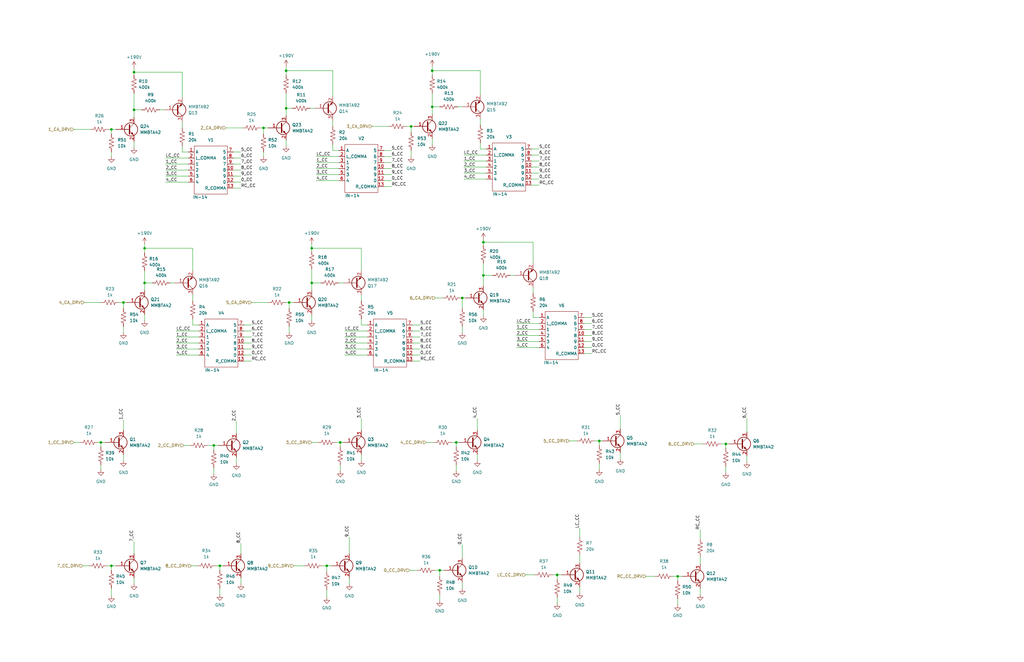
<source format=kicad_sch>
(kicad_sch (version 20230121) (generator eeschema)
  (paper "USLedger")
  (junction (at 121.92 127.635))
  (junction (at 131.445 119.38))
  (junction (at 252.73 186.055))
  (junction (at 185.42 240.665))
  (junction (at 192.405 186.69))
  (junction (at 60.96 104.775))
  (junction (at 194.945 125.73))
  (junction (at 173.355 53.34))
  (junction (at 182.245 29.845))
  (junction (at 111.125 53.975))
  (junction (at 46.99 54.61))
  (junction (at 182.245 45.085))
  (junction (at 120.65 29.845))
  (junction (at 306.07 187.325))
  (junction (at 203.835 102.235))
  (junction (at 92.71 238.76))
  (junction (at 131.445 104.775))
  (junction (at 90.17 187.96))
  (junction (at 56.515 46.355))
  (junction (at 52.07 127.635))
  (junction (at 285.75 243.205))
  (junction (at 42.545 186.69))
  (junction (at 203.835 116.205))
  (junction (at 60.96 119.38))
  (junction (at 56.515 30.48))
  (junction (at 120.65 45.72))
  (junction (at 137.795 238.76))
  (junction (at 46.99 238.76))
  (junction (at 143.51 186.69))
  (junction (at 234.95 242.57))
  (wire (pts (xy 137.795 248.92) (xy 137.795 252.095)))
  (wire (pts (xy 161.925 71.12) (xy 165.1 71.12)))
  (wire (pts (xy 98.425 66.675) (xy 101.6 66.675)))
  (wire (pts (xy 143.51 186.69) (xy 144.78 186.69)))
  (wire (pts (xy 111.125 53.975) (xy 113.03 53.975)))
  (wire (pts (xy 173.99 142.24) (xy 177.165 142.24)))
  (wire (pts (xy 135.89 238.76) (xy 137.795 238.76)))
  (wire (pts (xy 143.51 196.215) (xy 143.51 198.755)))
  (wire (pts (xy 87.63 187.96) (xy 90.17 187.96)))
  (wire (pts (xy 252.73 195.58) (xy 252.73 198.12)))
  (wire (pts (xy 183.515 240.665) (xy 185.42 240.665)))
  (wire (pts (xy 224.155 70.485) (xy 227.33 70.485)))
  (wire (pts (xy 152.4 114.3) (xy 152.4 104.775)))
  (wire (pts (xy 304.165 187.325) (xy 306.07 187.325)))
  (wire (pts (xy 35.56 127.635) (xy 42.545 127.635)))
  (wire (pts (xy 131.445 119.38) (xy 135.255 119.38)))
  (wire (pts (xy 31.115 54.61) (xy 38.1 54.61)))
  (wire (pts (xy 194.945 125.73) (xy 194.945 130.175)))
  (wire (pts (xy 106.045 127.635) (xy 113.03 127.635)))
  (wire (pts (xy 147.32 243.84) (xy 147.32 246.38)))
  (wire (pts (xy 92.71 238.76) (xy 93.98 238.76)))
  (wire (pts (xy 145.415 149.86) (xy 154.94 149.86)))
  (wire (pts (xy 244.475 222.885) (xy 244.475 226.695)))
  (wire (pts (xy 133.35 68.58) (xy 142.875 68.58)))
  (wire (pts (xy 246.38 141.605) (xy 249.555 141.605)))
  (wire (pts (xy 81.28 114.3) (xy 81.28 104.775)))
  (wire (pts (xy 203.835 102.235) (xy 203.835 103.505)))
  (wire (pts (xy 98.425 76.835) (xy 101.6 76.835)))
  (wire (pts (xy 120.65 127.635) (xy 121.92 127.635)))
  (wire (pts (xy 202.565 60.325) (xy 202.565 62.865)))
  (wire (pts (xy 95.25 53.975) (xy 102.235 53.975)))
  (wire (pts (xy 152.4 124.46) (xy 152.4 127)))
  (wire (pts (xy 42.545 186.69) (xy 44.45 186.69)))
  (wire (pts (xy 69.85 69.215) (xy 79.375 69.215)))
  (wire (pts (xy 224.155 62.865) (xy 227.33 62.865)))
  (wire (pts (xy 92.71 238.76) (xy 92.71 240.665)))
  (wire (pts (xy 147.32 226.695) (xy 147.32 233.68)))
  (wire (pts (xy 283.845 243.205) (xy 285.75 243.205)))
  (wire (pts (xy 140.335 29.845) (xy 120.65 29.845)))
  (wire (pts (xy 152.4 134.62) (xy 152.4 137.16)))
  (wire (pts (xy 194.945 245.745) (xy 194.945 248.285)))
  (wire (pts (xy 173.355 53.34) (xy 174.625 53.34)))
  (wire (pts (xy 42.545 186.69) (xy 42.545 188.595)))
  (wire (pts (xy 131.445 186.69) (xy 133.985 186.69)))
  (wire (pts (xy 80.645 238.76) (xy 83.185 238.76)))
  (wire (pts (xy 121.92 127.635) (xy 123.825 127.635)))
  (wire (pts (xy 52.07 137.795) (xy 52.07 140.335)))
  (wire (pts (xy 161.925 76.2) (xy 165.1 76.2)))
  (wire (pts (xy 131.445 113.665) (xy 131.445 119.38)))
  (wire (pts (xy 272.415 243.205) (xy 276.225 243.205)))
  (wire (pts (xy 131.445 119.38) (xy 131.445 122.555)))
  (wire (pts (xy 190.5 186.69) (xy 192.405 186.69)))
  (wire (pts (xy 306.07 189.23) (xy 306.07 187.325)))
  (wire (pts (xy 179.705 186.69) (xy 182.88 186.69)))
  (wire (pts (xy 185.42 240.665) (xy 185.42 243.205)))
  (wire (pts (xy 202.565 40.005) (xy 202.565 29.845)))
  (wire (pts (xy 246.38 144.145) (xy 249.555 144.145)))
  (wire (pts (xy 60.96 132.715) (xy 60.96 135.255)))
  (wire (pts (xy 182.245 45.085) (xy 182.245 48.26)))
  (wire (pts (xy 172.72 240.665) (xy 175.895 240.665)))
  (wire (pts (xy 90.17 187.96) (xy 92.075 187.96)))
  (wire (pts (xy 76.835 30.48) (xy 56.515 30.48)))
  (wire (pts (xy 145.415 139.7) (xy 154.94 139.7)))
  (wire (pts (xy 98.425 79.375) (xy 101.6 79.375)))
  (wire (pts (xy 120.65 39.37) (xy 120.65 45.72)))
  (wire (pts (xy 90.17 189.865) (xy 90.17 187.96)))
  (wire (pts (xy 109.855 53.975) (xy 111.125 53.975)))
  (wire (pts (xy 102.87 137.16) (xy 106.045 137.16)))
  (wire (pts (xy 123.825 238.76) (xy 128.27 238.76)))
  (wire (pts (xy 98.425 71.755) (xy 101.6 71.755)))
  (wire (pts (xy 234.95 242.57) (xy 236.855 242.57)))
  (wire (pts (xy 131.445 104.775) (xy 131.445 106.045)))
  (wire (pts (xy 145.415 147.32) (xy 154.94 147.32)))
  (wire (pts (xy 224.155 75.565) (xy 227.33 75.565)))
  (wire (pts (xy 56.515 228.6) (xy 56.515 233.68)))
  (wire (pts (xy 45.72 54.61) (xy 46.99 54.61)))
  (wire (pts (xy 202.565 50.165) (xy 202.565 52.705)))
  (wire (pts (xy 250.825 186.055) (xy 252.73 186.055)))
  (wire (pts (xy 224.79 121.285) (xy 224.79 123.825)))
  (wire (pts (xy 60.96 114.3) (xy 60.96 119.38)))
  (wire (pts (xy 224.155 65.405) (xy 227.33 65.405)))
  (wire (pts (xy 133.35 73.66) (xy 142.875 73.66)))
  (wire (pts (xy 99.695 193.04) (xy 99.695 195.58)))
  (wire (pts (xy 56.515 59.69) (xy 56.515 62.23)))
  (wire (pts (xy 152.4 176.53) (xy 152.4 181.61)))
  (wire (pts (xy 76.835 64.135) (xy 79.375 64.135)))
  (wire (pts (xy 81.28 124.46) (xy 81.28 127)))
  (wire (pts (xy 221.615 242.57) (xy 225.425 242.57)))
  (wire (pts (xy 56.515 243.84) (xy 56.515 246.38)))
  (wire (pts (xy 74.295 139.7) (xy 83.82 139.7)))
  (wire (pts (xy 145.415 142.24) (xy 154.94 142.24)))
  (wire (pts (xy 46.99 54.61) (xy 48.895 54.61)))
  (wire (pts (xy 46.99 238.76) (xy 48.895 238.76)))
  (wire (pts (xy 90.17 197.485) (xy 90.17 200.025)))
  (wire (pts (xy 50.165 127.635) (xy 52.07 127.635)))
  (wire (pts (xy 195.58 70.485) (xy 205.105 70.485)))
  (wire (pts (xy 285.75 252.73) (xy 285.75 255.27)))
  (wire (pts (xy 74.295 149.86) (xy 83.82 149.86)))
  (wire (pts (xy 306.07 187.325) (xy 307.34 187.325)))
  (wire (pts (xy 217.805 141.605) (xy 227.33 141.605)))
  (wire (pts (xy 74.295 142.24) (xy 83.82 142.24)))
  (wire (pts (xy 224.79 133.985) (xy 227.33 133.985)))
  (wire (pts (xy 224.79 131.445) (xy 224.79 133.985)))
  (wire (pts (xy 133.35 66.04) (xy 142.875 66.04)))
  (wire (pts (xy 120.65 59.055) (xy 120.65 61.595)))
  (wire (pts (xy 234.95 242.57) (xy 234.95 244.475)))
  (wire (pts (xy 141.605 186.69) (xy 143.51 186.69)))
  (wire (pts (xy 101.6 229.235) (xy 101.6 233.68)))
  (wire (pts (xy 201.295 176.53) (xy 201.295 181.61)))
  (wire (pts (xy 156.845 53.34) (xy 163.83 53.34)))
  (wire (pts (xy 131.445 132.715) (xy 131.445 135.255)))
  (wire (pts (xy 102.87 144.78) (xy 106.045 144.78)))
  (wire (pts (xy 224.79 111.125) (xy 224.79 102.235)))
  (wire (pts (xy 173.99 149.86) (xy 177.165 149.86)))
  (wire (pts (xy 192.405 196.215) (xy 192.405 198.755)))
  (wire (pts (xy 195.58 65.405) (xy 205.105 65.405)))
  (wire (pts (xy 46.99 54.61) (xy 46.99 56.515)))
  (wire (pts (xy 192.405 186.69) (xy 193.675 186.69)))
  (wire (pts (xy 81.28 104.775) (xy 60.96 104.775)))
  (wire (pts (xy 217.805 136.525) (xy 227.33 136.525)))
  (wire (pts (xy 140.335 40.64) (xy 140.335 29.845)))
  (wire (pts (xy 314.96 192.405) (xy 314.96 194.945)))
  (wire (pts (xy 102.87 139.7) (xy 106.045 139.7)))
  (wire (pts (xy 56.515 28.575) (xy 56.515 30.48)))
  (wire (pts (xy 102.87 149.86) (xy 106.045 149.86)))
  (wire (pts (xy 217.805 146.685) (xy 227.33 146.685)))
  (wire (pts (xy 76.835 61.595) (xy 76.835 64.135)))
  (wire (pts (xy 137.795 238.76) (xy 137.795 241.3)))
  (wire (pts (xy 194.31 125.73) (xy 194.945 125.73)))
  (wire (pts (xy 202.565 62.865) (xy 205.105 62.865)))
  (wire (pts (xy 133.35 71.12) (xy 142.875 71.12)))
  (wire (pts (xy 111.125 64.135) (xy 111.125 66.04)))
  (wire (pts (xy 98.425 64.135) (xy 101.6 64.135)))
  (wire (pts (xy 69.85 66.675) (xy 79.375 66.675)))
  (wire (pts (xy 121.92 137.795) (xy 121.92 140.335)))
  (wire (pts (xy 295.275 223.52) (xy 295.275 227.33)))
  (wire (pts (xy 60.96 104.775) (xy 60.96 106.68)))
  (wire (pts (xy 295.275 234.95) (xy 295.275 238.125)))
  (wire (pts (xy 46.99 64.135) (xy 46.99 66.04)))
  (wire (pts (xy 203.835 111.125) (xy 203.835 116.205)))
  (wire (pts (xy 261.62 175.26) (xy 261.62 180.975)))
  (wire (pts (xy 31.115 186.69) (xy 33.655 186.69)))
  (wire (pts (xy 261.62 191.135) (xy 261.62 193.675)))
  (wire (pts (xy 246.38 139.065) (xy 249.555 139.065)))
  (wire (pts (xy 185.42 250.825) (xy 185.42 253.365)))
  (wire (pts (xy 202.565 29.845) (xy 182.245 29.845)))
  (wire (pts (xy 41.275 186.69) (xy 42.545 186.69)))
  (wire (pts (xy 152.4 191.77) (xy 152.4 194.31)))
  (wire (pts (xy 234.95 252.095) (xy 234.95 254.635)))
  (wire (pts (xy 81.28 134.62) (xy 81.28 137.16)))
  (wire (pts (xy 120.65 27.94) (xy 120.65 29.845)))
  (wire (pts (xy 244.475 234.315) (xy 244.475 237.49)))
  (wire (pts (xy 224.155 78.105) (xy 227.33 78.105)))
  (wire (pts (xy 121.92 127.635) (xy 121.92 130.175)))
  (wire (pts (xy 224.79 102.235) (xy 203.835 102.235)))
  (wire (pts (xy 173.99 152.4) (xy 177.165 152.4)))
  (wire (pts (xy 60.96 119.38) (xy 60.96 122.555)))
  (wire (pts (xy 98.425 74.295) (xy 101.6 74.295)))
  (wire (pts (xy 195.58 67.945) (xy 205.105 67.945)))
  (wire (pts (xy 171.45 53.34) (xy 173.355 53.34)))
  (wire (pts (xy 203.835 116.205) (xy 207.645 116.205)))
  (wire (pts (xy 52.07 177.165) (xy 52.07 181.61)))
  (wire (pts (xy 34.925 238.76) (xy 37.465 238.76)))
  (wire (pts (xy 203.835 116.205) (xy 203.835 120.65)))
  (wire (pts (xy 195.58 75.565) (xy 205.105 75.565)))
  (wire (pts (xy 173.355 53.34) (xy 173.355 55.88)))
  (wire (pts (xy 246.38 146.685) (xy 249.555 146.685)))
  (wire (pts (xy 161.925 66.04) (xy 165.1 66.04)))
  (wire (pts (xy 90.805 238.76) (xy 92.71 238.76)))
  (wire (pts (xy 192.405 186.69) (xy 192.405 188.595)))
  (wire (pts (xy 101.6 243.84) (xy 101.6 246.38)))
  (wire (pts (xy 161.925 73.66) (xy 165.1 73.66)))
  (wire (pts (xy 60.96 119.38) (xy 64.135 119.38)))
  (wire (pts (xy 203.835 130.81) (xy 203.835 133.35)))
  (wire (pts (xy 252.73 186.055) (xy 254 186.055)))
  (wire (pts (xy 45.085 238.76) (xy 46.99 238.76)))
  (wire (pts (xy 77.47 187.96) (xy 80.01 187.96)))
  (wire (pts (xy 69.85 71.755) (xy 79.375 71.755)))
  (wire (pts (xy 74.295 144.78) (xy 83.82 144.78)))
  (wire (pts (xy 244.475 247.65) (xy 244.475 250.19)))
  (wire (pts (xy 142.875 119.38) (xy 144.78 119.38)))
  (wire (pts (xy 173.99 137.16) (xy 177.165 137.16)))
  (wire (pts (xy 173.99 139.7) (xy 177.165 139.7)))
  (wire (pts (xy 56.515 39.37) (xy 56.515 46.355)))
  (wire (pts (xy 195.58 73.025) (xy 205.105 73.025)))
  (wire (pts (xy 246.38 136.525) (xy 249.555 136.525)))
  (wire (pts (xy 69.85 76.835) (xy 79.375 76.835)))
  (wire (pts (xy 69.85 74.295) (xy 79.375 74.295)))
  (wire (pts (xy 120.65 29.845) (xy 120.65 31.75)))
  (wire (pts (xy 92.71 248.285) (xy 92.71 250.825)))
  (wire (pts (xy 76.835 51.435) (xy 76.835 53.975)))
  (wire (pts (xy 46.99 238.76) (xy 46.99 240.665)))
  (wire (pts (xy 76.835 41.275) (xy 76.835 30.48)))
  (wire (pts (xy 42.545 196.215) (xy 42.545 198.12)))
  (wire (pts (xy 240.03 186.055) (xy 243.205 186.055)))
  (wire (pts (xy 56.515 46.355) (xy 59.69 46.355)))
  (wire (pts (xy 285.75 243.205) (xy 287.655 243.205)))
  (wire (pts (xy 185.42 240.665) (xy 187.325 240.665)))
  (wire (pts (xy 99.695 177.8) (xy 99.695 182.88)))
  (wire (pts (xy 52.07 127.635) (xy 52.07 130.175)))
  (wire (pts (xy 102.87 142.24) (xy 106.045 142.24)))
  (wire (pts (xy 161.925 68.58) (xy 165.1 68.58)))
  (wire (pts (xy 314.96 176.53) (xy 314.96 182.245)))
  (wire (pts (xy 182.245 27.94) (xy 182.245 29.845)))
  (wire (pts (xy 285.75 243.205) (xy 285.75 245.11)))
  (wire (pts (xy 140.335 63.5) (xy 142.875 63.5)))
  (wire (pts (xy 194.945 229.87) (xy 194.945 235.585)))
  (wire (pts (xy 233.045 242.57) (xy 234.95 242.57)))
  (wire (pts (xy 131.445 102.87) (xy 131.445 104.775)))
  (wire (pts (xy 140.335 50.8) (xy 140.335 53.34)))
  (wire (pts (xy 292.735 187.325) (xy 296.545 187.325)))
  (wire (pts (xy 152.4 137.16) (xy 154.94 137.16)))
  (wire (pts (xy 201.295 191.77) (xy 201.295 194.31)))
  (wire (pts (xy 52.07 191.77) (xy 52.07 194.31)))
  (wire (pts (xy 173.99 147.32) (xy 177.165 147.32)))
  (wire (pts (xy 137.795 238.76) (xy 139.7 238.76)))
  (wire (pts (xy 56.515 30.48) (xy 56.515 31.75)))
  (wire (pts (xy 74.295 147.32) (xy 83.82 147.32)))
  (wire (pts (xy 217.805 144.145) (xy 227.33 144.145)))
  (wire (pts (xy 161.925 63.5) (xy 165.1 63.5)))
  (wire (pts (xy 60.96 102.87) (xy 60.96 104.775)))
  (wire (pts (xy 98.425 69.215) (xy 101.6 69.215)))
  (wire (pts (xy 81.28 137.16) (xy 83.82 137.16)))
  (wire (pts (xy 306.07 196.85) (xy 306.07 199.39)))
  (wire (pts (xy 203.835 100.965) (xy 203.835 102.235)))
  (wire (pts (xy 161.925 78.74) (xy 165.1 78.74)))
  (wire (pts (xy 183.515 125.73) (xy 186.69 125.73)))
  (wire (pts (xy 102.87 147.32) (xy 106.045 147.32)))
  (wire (pts (xy 102.87 152.4) (xy 106.045 152.4)))
  (wire (pts (xy 217.805 139.065) (xy 227.33 139.065)))
  (wire (pts (xy 111.125 53.975) (xy 111.125 56.515)))
  (wire (pts (xy 246.38 149.225) (xy 249.555 149.225)))
  (wire (pts (xy 182.245 29.845) (xy 182.245 31.75)))
  (wire (pts (xy 193.04 45.085) (xy 194.945 45.085)))
  (wire (pts (xy 173.99 144.78) (xy 177.165 144.78)))
  (wire (pts (xy 133.35 76.2) (xy 142.875 76.2)))
  (wire (pts (xy 295.275 248.285) (xy 295.275 250.825)))
  (wire (pts (xy 130.81 45.72) (xy 132.715 45.72)))
  (wire (pts (xy 182.245 58.42) (xy 182.245 60.96)))
  (wire (pts (xy 224.155 67.945) (xy 227.33 67.945)))
  (wire (pts (xy 145.415 144.78) (xy 154.94 144.78)))
  (wire (pts (xy 71.755 119.38) (xy 73.66 119.38)))
  (wire (pts (xy 173.355 63.5) (xy 173.355 66.04)))
  (wire (pts (xy 182.245 39.37) (xy 182.245 45.085)))
  (wire (pts (xy 67.31 46.355) (xy 69.215 46.355)))
  (wire (pts (xy 52.07 127.635) (xy 53.34 127.635)))
  (wire (pts (xy 152.4 104.775) (xy 131.445 104.775)))
  (wire (pts (xy 182.245 45.085) (xy 185.42 45.085)))
  (wire (pts (xy 46.99 248.285) (xy 46.99 251.46)))
  (wire (pts (xy 120.65 45.72) (xy 123.19 45.72)))
  (wire (pts (xy 194.945 137.795) (xy 194.945 140.335)))
  (wire (pts (xy 224.155 73.025) (xy 227.33 73.025)))
  (wire (pts (xy 140.335 60.96) (xy 140.335 63.5)))
  (wire (pts (xy 194.945 125.73) (xy 196.215 125.73)))
  (wire (pts (xy 246.38 133.985) (xy 249.555 133.985)))
  (wire (pts (xy 215.265 116.205) (xy 217.17 116.205)))
  (wire (pts (xy 252.73 186.055) (xy 252.73 187.96)))
  (wire (pts (xy 120.65 45.72) (xy 120.65 48.895)))
  (wire (pts (xy 143.51 188.595) (xy 143.51 186.69)))
  (wire (pts (xy 56.515 46.355) (xy 56.515 49.53)))
  (label "7_CC" (at 227.33 67.945 0))
  (label "2_CC" (at 99.695 177.8 90))
  (label "RC_CC" (at 106.045 152.4 0))
  (label "5_CC" (at 165.1 63.5 0))
  (label "4_CC" (at 145.415 149.86 0))
  (label "2_CC" (at 145.415 144.78 0))
  (label "4_CC" (at 217.805 146.685 0))
  (label "RC_CC" (at 177.165 152.4 0))
  (label "7_CC" (at 177.165 142.24 0))
  (label "5_CC" (at 101.6 64.135 0))
  (label "3_CC" (at 217.805 144.145 0))
  (label "9_CC" (at 177.165 147.32 0))
  (label "4_CC" (at 69.85 76.835 0))
  (label "5_CC" (at 249.555 133.985 0))
  (label "8_CC" (at 101.6 71.755 0))
  (label "8_CC" (at 227.33 70.485 0))
  (label "LC_CC" (at 69.85 66.675 0))
  (label "1_CC" (at 74.295 142.24 0))
  (label "8_CC" (at 177.165 144.78 0))
  (label "2_CC" (at 195.58 70.485 0))
  (label "RC_CC" (at 227.33 78.105 0))
  (label "2_CC" (at 69.85 71.755 0))
  (label "3_CC" (at 69.85 74.295 0))
  (label "4_CC" (at 133.35 76.2 0))
  (label "0_CC" (at 227.33 75.565 0))
  (label "LC_CC" (at 133.35 66.04 0))
  (label "9_CC" (at 147.32 226.695 90))
  (label "RC_CC" (at 249.555 149.225 0))
  (label "4_CC" (at 74.295 149.86 0))
  (label "8_CC" (at 249.555 141.605 0))
  (label "4_CC" (at 195.58 75.565 0))
  (label "0_CC" (at 194.945 229.87 90))
  (label "6_CC" (at 249.555 136.525 0))
  (label "9_CC" (at 165.1 73.66 0))
  (label "3_CC" (at 74.295 147.32 0))
  (label "4_CC" (at 201.295 176.53 90))
  (label "2_CC" (at 217.805 141.605 0))
  (label "5_CC" (at 227.33 62.865 0))
  (label "2_CC" (at 74.295 144.78 0))
  (label "0_CC" (at 165.1 76.2 0))
  (label "6_CC" (at 165.1 66.04 0))
  (label "LC_CC" (at 244.475 222.885 90))
  (label "0_CC" (at 177.165 149.86 0))
  (label "6_CC" (at 106.045 139.7 0))
  (label "RC_CC" (at 295.275 223.52 90))
  (label "5_CC" (at 177.165 137.16 0))
  (label "8_CC" (at 165.1 71.12 0))
  (label "LC_CC" (at 145.415 139.7 0))
  (label "6_CC" (at 227.33 65.405 0))
  (label "7_CC" (at 165.1 68.58 0))
  (label "6_CC" (at 177.165 139.7 0))
  (label "8_CC" (at 106.045 144.78 0))
  (label "1_CC" (at 195.58 67.945 0))
  (label "9_CC" (at 106.045 147.32 0))
  (label "0_CC" (at 101.6 76.835 0))
  (label "1_CC" (at 69.85 69.215 0))
  (label "0_CC" (at 106.045 149.86 0))
  (label "RC_CC" (at 165.1 78.74 0))
  (label "LC_CC" (at 217.805 136.525 0))
  (label "6_CC" (at 314.96 176.53 90))
  (label "LC_CC" (at 195.58 65.405 0))
  (label "RC_CC" (at 101.6 79.375 0))
  (label "7_CC" (at 101.6 69.215 0))
  (label "3_CC" (at 152.4 176.53 90))
  (label "3_CC" (at 195.58 73.025 0))
  (label "9_CC" (at 101.6 74.295 0))
  (label "1_CC" (at 217.805 139.065 0))
  (label "8_CC" (at 101.6 229.235 90))
  (label "7_CC" (at 106.045 142.24 0))
  (label "1_CC" (at 145.415 142.24 0))
  (label "0_CC" (at 249.555 146.685 0))
  (label "6_CC" (at 101.6 66.675 0))
  (label "5_CC" (at 106.045 137.16 0))
  (label "9_CC" (at 249.555 144.145 0))
  (label "7_CC" (at 56.515 228.6 90))
  (label "1_CC" (at 133.35 68.58 0))
  (label "3_CC" (at 145.415 147.32 0))
  (label "LC_CC" (at 74.295 139.7 0))
  (label "2_CC" (at 133.35 71.12 0))
  (label "1_CC" (at 52.07 177.165 90))
  (label "5_CC" (at 261.62 175.26 90))
  (label "7_CC" (at 249.555 139.065 0))
  (label "3_CC" (at 133.35 73.66 0))
  (label "9_CC" (at 227.33 73.025 0))
  (hierarchical_label "RC_CC_DRV" (shape input) (at 272.415 243.205 180))
  (hierarchical_label "6_CA_DRV" (shape input) (at 183.515 125.73 180))
  (hierarchical_label "0_CC_DRV" (shape input) (at 172.72 240.665 180))
  (hierarchical_label "1_CC_DRV" (shape input) (at 31.115 186.69 180))
  (hierarchical_label "5_CA_DRV" (shape input) (at 106.045 127.635 180))
  (hierarchical_label "9_CC_DRV" (shape input) (at 123.825 238.76 180))
  (hierarchical_label "5_CC_DRV" (shape input) (at 240.03 186.055 180))
  (hierarchical_label "2_CA_DRV" (shape input) (at 95.25 53.975 180))
  (hierarchical_label "1_CA_DRV" (shape input) (at 31.115 54.61 180))
  (hierarchical_label "2_CC_DRV" (shape input) (at 77.47 187.96 180))
  (hierarchical_label "8_CC_DRV" (shape input) (at 80.645 238.76 180))
  (hierarchical_label "6_CC_DRV" (shape input) (at 292.735 187.325 180))
  (hierarchical_label "4_CC_DRV" (shape input) (at 179.705 186.69 180))
  (hierarchical_label "3_CC_DRV" (shape input) (at 131.445 186.69 180))
  (hierarchical_label "LC_CC_DRV" (shape input) (at 221.615 242.57 180))
  (hierarchical_label "4_CA_DRV" (shape input) (at 35.56 127.635 180))
  (hierarchical_label "3_CA_DRV" (shape input) (at 156.845 53.34 180))
  (hierarchical_label "7_CC_DRV" (shape input) (at 34.925 238.76 180))
  (symbol (lib_id "Device:R_US") (at 41.91 54.61 90) (unit 1)
    (property "Reference" "R26" (at 41.91 48.895 90))
    (property "Value" "1k" (at 41.91 51.435 90))
    (property "Footprint" "Resistor_SMD:R_0603_1608Metric" (effects hide))
    (property "Datasheet" "https://www.yageo.com/upload/media/product/products/datasheet/rchip/PYu-RC_Group_51_RoHS_L_12.pdf" (effects hide))
    (property "MPN" "RC0603FR-071KL" (effects hide))
    (property "SPN" "311-1.00KHRCT-ND" (effects hide))
  )
  (symbol (lib_id "Device:R_US") (at 83.82 187.96 90) (unit 1)
    (property "Reference" "R28" (at 83.82 181.61 90))
    (property "Value" "1k" (at 83.82 184.15 90))
    (property "Footprint" "Resistor_SMD:R_0603_1608Metric" (effects hide))
    (property "Datasheet" "https://www.yageo.com/upload/media/product/products/datasheet/rchip/PYu-RC_Group_51_RoHS_L_12.pdf" (effects hide))
    (property "MPN" "RC0603FR-071KL" (effects hide))
    (property "SPN" "311-1.00KHRCT-ND" (effects hide))
  )
  (symbol (lib_id "Nixie_Clock:+190V") (at 56.515 28.575 0) (unit 1)
    (property "Reference" "#PWR013" (effects hide))
    (property "Value" "+190V" (at 56.515 24.13 0))
  )
  (symbol (lib_id "Transistor_BJT:MMBTA42") (at 53.975 238.76 0) (unit 1)
    (property "Reference" "Q7" (at 59.055 237.49 0) (effects (justify left)))
    (property "Value" "MMBTA42" (at 59.055 240.03 0) (effects (justify left)))
    (property "Footprint" "Package_TO_SOT_SMD:SOT-23" (effects hide))
    (property "Datasheet" "https://www.onsemi.com/pub/Collateral/MMBTA42LT1-D.PDF" (effects hide))
    (property "MPN" "MMBTA42LT1G" (effects hide))
    (property "SPN" "MMBTA42LT1GOSCT-ND" (effects hide))
  )
  (symbol (lib_id "Transistor_BJT:MMBTA42") (at 179.705 53.34 0) (unit 1)
    (property "Reference" "Q22" (at 184.785 52.07 0) (effects (justify left)))
    (property "Value" "MMBTA42" (at 184.785 54.61 0) (effects (justify left)))
    (property "Footprint" "Package_TO_SOT_SMD:SOT-23" (effects hide))
    (property "Datasheet" "https://www.onsemi.com/pub/Collateral/MMBTA42LT1-D.PDF" (effects hide))
    (property "MPN" "MMBTA42LT1G" (effects hide))
    (property "SPN" "MMBTA42LT1GOSCT-ND" (effects hide))
  )
  (symbol (lib_id "Device:R_US") (at 63.5 46.355 270) (unit 1)
    (property "Reference" "R9" (at 63.5 40.005 90))
    (property "Value" "400k" (at 63.5 42.545 90))
    (property "Footprint" "Resistor_SMD:R_0805_2012Metric" (effects hide))
    (property "Datasheet" "https://www.yageo.com/upload/media/product/products/datasheet/rchip/PYu-RC_Group_51_RoHS_L_12.pdf" (effects hide))
    (property "MPN" "RC0805FR-07402KL" (effects hide))
    (property "SPN" "311-402KCRCT-ND" (effects hide))
  )
  (symbol (lib_id "power:GND") (at 143.51 198.755 0) (unit 1)
    (property "Reference" "#PWR033" (effects hide))
    (property "Value" "GND" (at 143.51 203.2 0))
  )
  (symbol (lib_id "Device:R_US") (at 203.835 107.315 180) (unit 1)
    (property "Reference" "R20" (at 206.375 106.045 0) (effects (justify right)))
    (property "Value" "400k" (at 206.375 108.585 0) (effects (justify right)))
    (property "Footprint" "Resistor_SMD:R_0805_2012Metric" (effects hide))
    (property "Datasheet" "https://www.yageo.com/upload/media/product/products/datasheet/rchip/PYu-RC_Group_51_RoHS_L_12.pdf" (effects hide))
    (property "MPN" "RC0805FR-07402KL" (effects hide))
    (property "SPN" "311-402KCRCT-ND" (effects hide))
  )
  (symbol (lib_id "power:GND") (at 52.07 140.335 0) (unit 1)
    (property "Reference" "#PWR028" (effects hide))
    (property "Value" "GND" (at 52.07 144.78 0))
  )
  (symbol (lib_id "Device:R_US") (at 295.275 231.14 0) (unit 1)
    (property "Reference" "R8" (at 297.815 229.87 0) (effects (justify left)))
    (property "Value" "20k" (at 297.815 232.41 0) (effects (justify left)))
    (property "Footprint" "Resistor_SMD:R_0603_1608Metric" (effects hide))
    (property "Datasheet" "https://www.yageo.com/upload/media/product/products/datasheet/rchip/PYu-RC_Group_51_RoHS_L_12.pdf" (effects hide))
    (property "MPN" "RC0603FR-0720KL" (effects hide))
    (property "SPN" "311-20.0KHRCT-ND" (effects hide))
  )
  (symbol (lib_id "Transistor_BJT:MMBTA42") (at 99.06 238.76 0) (unit 1)
    (property "Reference" "Q8" (at 104.14 237.49 0) (effects (justify left)))
    (property "Value" "MMBTA42" (at 104.14 240.03 0) (effects (justify left)))
    (property "Footprint" "Package_TO_SOT_SMD:SOT-23" (effects hide))
    (property "Datasheet" "https://www.onsemi.com/pub/Collateral/MMBTA42LT1-D.PDF" (effects hide))
    (property "MPN" "MMBTA42LT1G" (effects hide))
    (property "SPN" "MMBTA42LT1GOSCT-ND" (effects hide))
  )
  (symbol (lib_id "Device:R_US") (at 132.08 238.76 90) (unit 1)
    (property "Reference" "R35" (at 132.08 232.41 90))
    (property "Value" "1k" (at 132.08 234.95 90))
    (property "Footprint" "Resistor_SMD:R_0603_1608Metric" (effects hide))
    (property "Datasheet" "https://www.yageo.com/upload/media/product/products/datasheet/rchip/PYu-RC_Group_51_RoHS_L_12.pdf" (effects hide))
    (property "MPN" "RC0603FR-071KL" (effects hide))
    (property "SPN" "311-1.00KHRCT-ND" (effects hide))
  )
  (symbol (lib_id "Nixie_Clock:NixieTube13") (at 197.485 61.595 0) (unit 1)
    (property "Reference" "V3" (at 214.63 57.785 0))
    (property "Value" "IN-14" (at 210.82 81.915 0))
    (property "Footprint" "Nixie Clock:IN-14" (effects hide))
    (property "Datasheet" "https://tubehobby.com/datasheets/in14.pdf" (effects hide))
    (property "MPN" "IN-14" (effects hide))
  )
  (symbol (lib_id "Nixie_Clock:NixieTube13") (at 135.255 62.23 0) (unit 1)
    (property "Reference" "V2" (at 152.4 58.42 0))
    (property "Value" "IN-14" (at 148.59 82.55 0))
    (property "Footprint" "Nixie Clock:IN-14" (effects hide))
    (property "Datasheet" "https://tubehobby.com/datasheets/in14.pdf" (effects hide))
    (property "MPN" "IN-14" (effects hide))
  )
  (symbol (lib_id "power:GND") (at 131.445 135.255 0) (unit 1)
    (property "Reference" "#PWR020" (effects hide))
    (property "Value" "GND" (at 131.445 140.335 0))
  )
  (symbol (lib_id "Device:R_US") (at 190.5 125.73 90) (unit 1)
    (property "Reference" "R21" (at 190.5 120.015 90))
    (property "Value" "1k" (at 190.5 122.555 90))
    (property "Footprint" "Resistor_SMD:R_0603_1608Metric" (effects hide))
    (property "Datasheet" "https://www.yageo.com/upload/media/product/products/datasheet/rchip/PYu-RC_Group_51_RoHS_L_12.pdf" (effects hide))
    (property "MPN" "RC0603FR-071KL" (effects hide))
    (property "SPN" "311-1.00KHRCT-ND" (effects hide))
  )
  (symbol (lib_id "power:GND") (at 120.65 61.595 0) (unit 1)
    (property "Reference" "#PWR023" (effects hide))
    (property "Value" "GND" (at 120.65 66.675 0))
  )
  (symbol (lib_id "Device:R_US") (at 202.565 56.515 0) (unit 1)
    (property "Reference" "R3" (at 205.105 55.245 0) (effects (justify left)))
    (property "Value" "20k" (at 205.105 57.785 0) (effects (justify left)))
    (property "Footprint" "Resistor_SMD:R_0603_1608Metric" (effects hide))
    (property "Datasheet" "https://www.yageo.com/upload/media/product/products/datasheet/rchip/PYu-RC_Group_51_RoHS_L_12.pdf" (effects hide))
    (property "MPN" "RC0603FR-0720KL" (effects hide))
    (property "SPN" "311-20.0KHRCT-ND" (effects hide))
  )
  (symbol (lib_id "Device:R_US") (at 173.355 59.69 0) (unit 1)
    (property "Reference" "R53" (at 175.895 58.42 0) (effects (justify left)))
    (property "Value" "10k" (at 175.895 60.96 0) (effects (justify left)))
    (property "Footprint" "Resistor_SMD:R_0603_1608Metric" (effects hide))
    (property "Datasheet" "https://www.yageo.com/upload/media/product/app/datasheet/rchip/pyu-rt_1-to-0.01_rohs_l.pdf" (effects hide))
    (property "MPN" "RES SMD 10K OHM 1% 1/10W 0603" (effects hide))
    (property "SPN" "YAG2321CT-ND" (effects hide))
  )
  (symbol (lib_id "Device:R_US") (at 194.945 133.985 0) (unit 1)
    (property "Reference" "R56" (at 197.485 132.715 0) (effects (justify left)))
    (property "Value" "10k" (at 197.485 135.255 0) (effects (justify left)))
    (property "Footprint" "Resistor_SMD:R_0603_1608Metric" (effects hide))
    (property "Datasheet" "https://www.yageo.com/upload/media/product/app/datasheet/rchip/pyu-rt_1-to-0.01_rohs_l.pdf" (effects hide))
    (property "MPN" "RES SMD 10K OHM 1% 1/10W 0603" (effects hide))
    (property "SPN" "YAG2321CT-ND" (effects hide))
  )
  (symbol (lib_id "power:GND") (at 46.99 66.04 0) (unit 1)
    (property "Reference" "#PWR025" (effects hide))
    (property "Value" "GND" (at 46.99 71.12 0))
  )
  (symbol (lib_id "Nixie_Clock:+190V") (at 182.245 27.94 0) (unit 1)
    (property "Reference" "#PWR015" (effects hide))
    (property "Value" "+190V" (at 182.245 22.86 0))
  )
  (symbol (lib_id "Device:R_US") (at 76.835 57.785 0) (unit 1)
    (property "Reference" "R1" (at 79.375 56.515 0) (effects (justify left)))
    (property "Value" "20k" (at 79.375 59.055 0) (effects (justify left)))
    (property "Footprint" "Resistor_SMD:R_0603_1608Metric" (effects hide))
    (property "Datasheet" "https://www.yageo.com/upload/media/product/products/datasheet/rchip/PYu-RC_Group_51_RoHS_L_12.pdf" (effects hide))
    (property "MPN" "RC0603FR-0720KL" (effects hide))
    (property "SPN" "311-20.0KHRCT-ND" (effects hide))
  )
  (symbol (lib_id "power:GND") (at 306.07 199.39 0) (unit 1)
    (property "Reference" "#PWR036" (effects hide))
    (property "Value" "GND" (at 306.07 204.47 0))
  )
  (symbol (lib_id "power:GND") (at 194.945 140.335 0) (unit 1)
    (property "Reference" "#PWR030" (effects hide))
    (property "Value" "GND" (at 194.945 144.78 0))
  )
  (symbol (lib_id "Device:R_US") (at 192.405 192.405 0) (unit 1)
    (property "Reference" "R42" (at 194.31 191.135 0) (effects (justify left)))
    (property "Value" "10k" (at 194.31 193.675 0) (effects (justify left)))
    (property "Footprint" "Resistor_SMD:R_0603_1608Metric" (effects hide))
    (property "Datasheet" "https://www.yageo.com/upload/media/product/app/datasheet/rchip/pyu-rt_1-to-0.01_rohs_l.pdf" (effects hide))
    (property "MPN" "RES SMD 10K OHM 1% 1/10W 0603" (effects hide))
    (property "SPN" "YAG2321CT-ND" (effects hide))
  )
  (symbol (lib_id "power:GND") (at 137.795 252.095 0) (unit 1)
    (property "Reference" "#PWR040" (effects hide))
    (property "Value" "GND" (at 137.795 256.54 0))
  )
  (symbol (lib_id "Device:R_US") (at 182.245 35.56 0) (unit 1)
    (property "Reference" "R14" (at 184.15 34.29 0) (effects (justify left)))
    (property "Value" "400k" (at 184.15 36.83 0) (effects (justify left)))
    (property "Footprint" "Resistor_SMD:R_0805_2012Metric" (effects hide))
    (property "Datasheet" "https://www.yageo.com/upload/media/product/products/datasheet/rchip/PYu-RC_Group_51_RoHS_L_12.pdf" (effects hide))
    (property "MPN" "RC0805FR-07402KL" (effects hide))
    (property "SPN" "311-402KCRCT-ND" (effects hide))
  )
  (symbol (lib_id "Device:R_US") (at 211.455 116.205 90) (unit 1)
    (property "Reference" "R19" (at 211.455 110.49 90))
    (property "Value" "400k" (at 211.455 113.03 90))
    (property "Footprint" "Resistor_SMD:R_0805_2012Metric" (effects hide))
    (property "Datasheet" "https://www.yageo.com/upload/media/product/products/datasheet/rchip/PYu-RC_Group_51_RoHS_L_12.pdf" (effects hide))
    (property "MPN" "RC0805FR-07402KL" (effects hide))
    (property "SPN" "311-402KCRCT-ND" (effects hide))
  )
  (symbol (lib_id "Transistor_BJT:MMBTA42") (at 198.755 186.69 0) (unit 1)
    (property "Reference" "Q4" (at 203.835 185.42 0) (effects (justify left)))
    (property "Value" "MMBTA42" (at 203.835 187.96 0) (effects (justify left)))
    (property "Footprint" "Package_TO_SOT_SMD:SOT-23" (effects hide))
    (property "Datasheet" "https://www.onsemi.com/pub/Collateral/MMBTA42LT1-D.PDF" (effects hide))
    (property "MPN" "MMBTA42LT1G" (effects hide))
    (property "SPN" "MMBTA42LT1GOSCT-ND" (effects hide))
  )
  (symbol (lib_id "Nixie_Clock:NixieTube13") (at 76.2 135.89 0) (unit 1)
    (property "Reference" "V4" (at 93.345 132.08 0))
    (property "Value" "IN-14" (at 89.535 156.21 0))
    (property "Footprint" "Nixie Clock:IN-14" (effects hide))
    (property "Datasheet" "https://tubehobby.com/datasheets/in14.pdf" (effects hide))
    (property "MPN" "IN-14" (effects hide))
  )
  (symbol (lib_id "Device:R_US") (at 280.035 243.205 90) (unit 1)
    (property "Reference" "R38" (at 280.035 236.855 90))
    (property "Value" "1k" (at 280.035 239.395 90))
    (property "Footprint" "Resistor_SMD:R_0603_1608Metric" (effects hide))
    (property "Datasheet" "https://www.yageo.com/upload/media/product/products/datasheet/rchip/PYu-RC_Group_51_RoHS_L_12.pdf" (effects hide))
    (property "MPN" "RC0603FR-071KL" (effects hide))
    (property "SPN" "311-1.00KHRCT-ND" (effects hide))
  )
  (symbol (lib_id "Device:R_US") (at 92.71 244.475 0) (unit 1)
    (property "Reference" "R46" (at 95.25 243.205 0) (effects (justify left)))
    (property "Value" "10k" (at 95.25 245.745 0) (effects (justify left)))
    (property "Footprint" "Resistor_SMD:R_0603_1608Metric" (effects hide))
    (property "Datasheet" "https://www.yageo.com/upload/media/product/app/datasheet/rchip/pyu-rt_1-to-0.01_rohs_l.pdf" (effects hide))
    (property "MPN" "RES SMD 10K OHM 1% 1/10W 0603" (effects hide))
    (property "SPN" "YAG2321CT-ND" (effects hide))
  )
  (symbol (lib_id "Nixie_Clock:NixieTube13") (at 71.755 62.865 0) (unit 1)
    (property "Reference" "V1" (at 88.9 59.055 0))
    (property "Value" "IN-14" (at 84.455 83.185 0))
    (property "Footprint" "Nixie Clock:IN-14" (effects hide))
    (property "Datasheet" "https://tubehobby.com/datasheets/in14.pdf" (effects hide))
    (property "MPN" "IN-14" (effects hide))
  )
  (symbol (lib_id "power:GND") (at 285.75 255.27 0) (unit 1)
    (property "Reference" "#PWR037" (effects hide))
    (property "Value" "GND" (at 285.75 259.715 0))
  )
  (symbol (lib_id "Device:R_US") (at 186.69 186.69 90) (unit 1)
    (property "Reference" "R30" (at 186.69 180.34 90))
    (property "Value" "1k" (at 186.69 182.88 90))
    (property "Footprint" "Resistor_SMD:R_0603_1608Metric" (effects hide))
    (property "Datasheet" "https://www.yageo.com/upload/media/product/products/datasheet/rchip/PYu-RC_Group_51_RoHS_L_12.pdf" (effects hide))
    (property "MPN" "RC0603FR-071KL" (effects hide))
    (property "SPN" "311-1.00KHRCT-ND" (effects hide))
  )
  (symbol (lib_id "Device:R_US") (at 139.065 119.38 270) (unit 1)
    (property "Reference" "R17" (at 139.065 113.665 90))
    (property "Value" "400k" (at 139.065 116.205 90))
    (property "Footprint" "Resistor_SMD:R_0805_2012Metric" (effects hide))
    (property "Datasheet" "https://www.yageo.com/upload/media/product/products/datasheet/rchip/PYu-RC_Group_51_RoHS_L_12.pdf" (effects hide))
    (property "MPN" "RC0805FR-07402KL" (effects hide))
    (property "SPN" "311-402KCRCT-ND" (effects hide))
  )
  (symbol (lib_id "Device:R_US") (at 90.17 193.675 0) (unit 1)
    (property "Reference" "R40" (at 92.71 192.405 0) (effects (justify left)))
    (property "Value" "10k" (at 92.71 194.945 0) (effects (justify left)))
    (property "Footprint" "Resistor_SMD:R_0603_1608Metric" (effects hide))
    (property "Datasheet" "https://www.yageo.com/upload/media/product/app/datasheet/rchip/pyu-rt_1-to-0.01_rohs_l.pdf" (effects hide))
    (property "MPN" "RES SMD 10K OHM 1% 1/10W 0603" (effects hide))
    (property "SPN" "YAG2321CT-ND" (effects hide))
  )
  (symbol (lib_id "power:GND") (at 261.62 193.675 0) (unit 1)
    (property "Reference" "#PWR09" (effects hide))
    (property "Value" "GND" (at 261.62 198.755 0))
  )
  (symbol (lib_id "Transistor_BJT:MMBTA92") (at 137.795 45.72 0) (mirror x) (unit 1)
    (property "Reference" "Q14" (at 142.875 46.99 0) (effects (justify left)))
    (property "Value" "MMBTA92" (at 142.875 44.45 0) (effects (justify left)))
    (property "Footprint" "Package_TO_SOT_SMD:SOT-23" (effects hide))
    (property "Datasheet" "https://www.onsemi.com/pub/Collateral/MMBTA92LT1-D.PDF" (effects hide))
    (property "MPN" "MMBTA92LT1G" (effects hide))
    (property "SPN" "MMBTA92LT1GOSCT-ND" (effects hide))
  )
  (symbol (lib_id "Transistor_BJT:MMBTA42") (at 201.295 125.73 0) (unit 1)
    (property "Reference" "Q19" (at 206.375 124.46 0) (effects (justify left)))
    (property "Value" "MMBTA42" (at 206.375 127 0) (effects (justify left)))
    (property "Footprint" "Package_TO_SOT_SMD:SOT-23" (effects hide))
    (property "Datasheet" "https://www.onsemi.com/pub/Collateral/MMBTA42LT1-D.PDF" (effects hide))
    (property "MPN" "MMBTA42LT1G" (effects hide))
    (property "SPN" "MMBTA42LT1GOSCT-ND" (effects hide))
  )
  (symbol (lib_id "power:GND") (at 111.125 66.04 0) (unit 1)
    (property "Reference" "#PWR026" (effects hide))
    (property "Value" "GND" (at 111.125 71.12 0))
  )
  (symbol (lib_id "power:GND") (at 60.96 135.255 0) (unit 1)
    (property "Reference" "#PWR021" (effects hide))
    (property "Value" "GND" (at 60.96 140.335 0))
  )
  (symbol (lib_id "power:GND") (at 56.515 246.38 0) (unit 1)
    (property "Reference" "#PWR011" (effects hide))
    (property "Value" "GND" (at 56.515 251.46 0))
  )
  (symbol (lib_id "power:GND") (at 42.545 198.12 0) (unit 1)
    (property "Reference" "#PWR031" (effects hide))
    (property "Value" "GND" (at 42.545 203.2 0))
  )
  (symbol (lib_id "power:GND") (at 185.42 253.365 0) (unit 1)
    (property "Reference" "#PWR039" (effects hide))
    (property "Value" "GND" (at 185.42 257.81 0))
  )
  (symbol (lib_id "Device:R_US") (at 229.235 242.57 90) (unit 1)
    (property "Reference" "R37" (at 229.235 236.855 90))
    (property "Value" "1k" (at 229.235 239.395 90))
    (property "Footprint" "Resistor_SMD:R_0603_1608Metric" (effects hide))
    (property "Datasheet" "https://www.yageo.com/upload/media/product/products/datasheet/rchip/PYu-RC_Group_51_RoHS_L_12.pdf" (effects hide))
    (property "MPN" "RC0603FR-071KL" (effects hide))
    (property "SPN" "311-1.00KHRCT-ND" (effects hide))
  )
  (symbol (lib_id "Device:R_US") (at 179.705 240.665 90) (unit 1)
    (property "Reference" "R36" (at 179.705 234.95 90))
    (property "Value" "1k" (at 179.705 237.49 90))
    (property "Footprint" "Resistor_SMD:R_0603_1608Metric" (effects hide))
    (property "Datasheet" "https://www.yageo.com/upload/media/product/products/datasheet/rchip/PYu-RC_Group_51_RoHS_L_12.pdf" (effects hide))
    (property "MPN" "RC0603FR-071KL" (effects hide))
    (property "SPN" "311-1.00KHRCT-ND" (effects hide))
  )
  (symbol (lib_id "Nixie_Clock:+190V") (at 120.65 27.94 0) (unit 1)
    (property "Reference" "#PWR014" (effects hide))
    (property "Value" "+190V" (at 120.65 23.495 0))
  )
  (symbol (lib_id "power:GND") (at 295.275 250.825 0) (unit 1)
    (property "Reference" "#PWR04" (effects hide))
    (property "Value" "GND" (at 295.275 255.905 0))
  )
  (symbol (lib_id "Transistor_BJT:MMBTA42") (at 241.935 242.57 0) (unit 1)
    (property "Reference" "Q11" (at 247.015 241.3 0) (effects (justify left)))
    (property "Value" "MMBTA42" (at 247.015 243.84 0) (effects (justify left)))
    (property "Footprint" "Package_TO_SOT_SMD:SOT-23" (effects hide))
    (property "Datasheet" "https://www.onsemi.com/pub/Collateral/MMBTA42LT1-D.PDF" (effects hide))
    (property "MPN" "MMBTA42LT1G" (effects hide))
    (property "SPN" "MMBTA42LT1GOSCT-ND" (effects hide))
  )
  (symbol (lib_id "Transistor_BJT:MMBTA42") (at 58.42 127.635 0) (unit 1)
    (property "Reference" "Q21" (at 63.5 126.365 0) (effects (justify left)))
    (property "Value" "MMBTA42" (at 63.5 128.905 0) (effects (justify left)))
    (property "Footprint" "Package_TO_SOT_SMD:SOT-23" (effects hide))
    (property "Datasheet" "https://www.onsemi.com/pub/Collateral/MMBTA42LT1-D.PDF" (effects hide))
    (property "MPN" "MMBTA42LT1G" (effects hide))
    (property "SPN" "MMBTA42LT1GOSCT-ND" (effects hide))
  )
  (symbol (lib_id "Device:R_US") (at 137.795 245.11 0) (unit 1)
    (property "Reference" "R47" (at 139.7 243.84 0) (effects (justify left)))
    (property "Value" "10k" (at 139.7 246.38 0) (effects (justify left)))
    (property "Footprint" "Resistor_SMD:R_0603_1608Metric" (effects hide))
    (property "Datasheet" "https://www.yageo.com/upload/media/product/app/datasheet/rchip/pyu-rt_1-to-0.01_rohs_l.pdf" (effects hide))
    (property "MPN" "RES SMD 10K OHM 1% 1/10W 0603" (effects hide))
    (property "SPN" "YAG2321CT-ND" (effects hide))
  )
  (symbol (lib_id "power:GND") (at 101.6 246.38 0) (unit 1)
    (property "Reference" "#PWR012" (effects hide))
    (property "Value" "GND" (at 101.6 251.46 0))
  )
  (symbol (lib_id "Device:R_US") (at 67.945 119.38 90) (unit 1)
    (property "Reference" "R15" (at 67.945 113.665 90))
    (property "Value" "400k" (at 67.945 116.205 90))
    (property "Footprint" "Resistor_SMD:R_0805_2012Metric" (effects hide))
    (property "Datasheet" "https://www.yageo.com/upload/media/product/products/datasheet/rchip/PYu-RC_Group_51_RoHS_L_12.pdf" (effects hide))
    (property "MPN" "RC0805FR-07402KL" (effects hide))
    (property "SPN" "311-402KCRCT-ND" (effects hide))
  )
  (symbol (lib_id "power:GND") (at 252.73 198.12 0) (unit 1)
    (property "Reference" "#PWR035" (effects hide))
    (property "Value" "GND" (at 252.73 203.2 0))
  )
  (symbol (lib_id "power:GND") (at 46.99 251.46 0) (unit 1)
    (property "Reference" "#PWR042" (effects hide))
    (property "Value" "GND" (at 46.99 255.905 0))
  )
  (symbol (lib_id "Transistor_BJT:MMBTA42") (at 53.975 54.61 0) (unit 1)
    (property "Reference" "Q24" (at 59.055 53.34 0) (effects (justify left)))
    (property "Value" "MMBTA42" (at 59.055 55.88 0) (effects (justify left)))
    (property "Footprint" "Package_TO_SOT_SMD:SOT-23" (effects hide))
    (property "Datasheet" "https://www.onsemi.com/pub/Collateral/MMBTA42LT1-D.PDF" (effects hide))
    (property "MPN" "MMBTA42LT1G" (effects hide))
    (property "SPN" "MMBTA42LT1GOSCT-ND" (effects hide))
  )
  (symbol (lib_id "Transistor_BJT:MMBTA42") (at 312.42 187.325 0) (unit 1)
    (property "Reference" "Q6" (at 317.5 186.055 0) (effects (justify left)))
    (property "Value" "MMBTA42" (at 317.5 188.595 0) (effects (justify left)))
    (property "Footprint" "Package_TO_SOT_SMD:SOT-23" (effects hide))
    (property "Datasheet" "https://www.onsemi.com/pub/Collateral/MMBTA42LT1-D.PDF" (effects hide))
    (property "MPN" "MMBTA42LT1G" (effects hide))
    (property "SPN" "MMBTA42LT1GOSCT-ND" (effects hide))
  )
  (symbol (lib_id "Device:R_US") (at 234.95 248.285 0) (unit 1)
    (property "Reference" "R49" (at 237.49 247.015 0) (effects (justify left)))
    (property "Value" "10k" (at 237.49 249.555 0) (effects (justify left)))
    (property "Footprint" "Resistor_SMD:R_0603_1608Metric" (effects hide))
    (property "Datasheet" "https://www.yageo.com/upload/media/product/app/datasheet/rchip/pyu-rt_1-to-0.01_rohs_l.pdf" (effects hide))
    (property "MPN" "RES SMD 10K OHM 1% 1/10W 0603" (effects hide))
    (property "SPN" "YAG2321CT-ND" (effects hide))
  )
  (symbol (lib_id "Transistor_BJT:MMBTA92") (at 78.74 119.38 0) (mirror x) (unit 1)
    (property "Reference" "Q16" (at 83.82 120.65 0) (effects (justify left)))
    (property "Value" "MMBTA92" (at 83.82 118.11 0) (effects (justify left)))
    (property "Footprint" "Package_TO_SOT_SMD:SOT-23" (effects hide))
    (property "Datasheet" "https://www.onsemi.com/pub/Collateral/MMBTA92LT1-D.PDF" (effects hide))
    (property "MPN" "MMBTA92LT1G" (effects hide))
    (property "SPN" "MMBTA92LT1GOSCT-ND" (effects hide))
  )
  (symbol (lib_id "power:GND") (at 234.95 254.635 0) (unit 1)
    (property "Reference" "#PWR038" (effects hide))
    (property "Value" "GND" (at 234.95 259.715 0))
  )
  (symbol (lib_id "Device:R_US") (at 300.355 187.325 90) (unit 1)
    (property "Reference" "R32" (at 300.355 181.61 90))
    (property "Value" "1k" (at 300.355 184.15 90))
    (property "Footprint" "Resistor_SMD:R_0603_1608Metric" (effects hide))
    (property "Datasheet" "https://www.yageo.com/upload/media/product/products/datasheet/rchip/PYu-RC_Group_51_RoHS_L_12.pdf" (effects hide))
    (property "MPN" "RC0603FR-071KL" (effects hide))
    (property "SPN" "311-1.00KHRCT-ND" (effects hide))
  )
  (symbol (lib_id "Device:R_US") (at 306.07 193.04 0) (unit 1)
    (property "Reference" "R44" (at 308.61 191.77 0) (effects (justify left)))
    (property "Value" "10k" (at 308.61 194.31 0) (effects (justify left)))
    (property "Footprint" "Resistor_SMD:R_0603_1608Metric" (effects hide))
    (property "Datasheet" "https://www.yageo.com/upload/media/product/app/datasheet/rchip/pyu-rt_1-to-0.01_rohs_l.pdf" (effects hide))
    (property "MPN" "RES SMD 10K OHM 1% 1/10W 0603" (effects hide))
    (property "SPN" "YAG2321CT-ND" (effects hide))
  )
  (symbol (lib_id "Device:R_US") (at 140.335 57.15 0) (unit 1)
    (property "Reference" "R2" (at 142.875 55.88 0) (effects (justify left)))
    (property "Value" "20k" (at 142.875 58.42 0) (effects (justify left)))
    (property "Footprint" "Resistor_SMD:R_0603_1608Metric" (effects hide))
    (property "Datasheet" "https://www.yageo.com/upload/media/product/products/datasheet/rchip/PYu-RC_Group_51_RoHS_L_12.pdf" (effects hide))
    (property "MPN" "RC0603FR-0720KL" (effects hide))
    (property "SPN" "311-20.0KHRCT-ND" (effects hide))
  )
  (symbol (lib_id "Nixie_Clock:+190V") (at 131.445 102.87 0) (unit 1)
    (property "Reference" "#PWR017" (effects hide))
    (property "Value" "+190V" (at 131.445 98.425 0))
  )
  (symbol (lib_id "Device:R_US") (at 127 45.72 90) (unit 1)
    (property "Reference" "R11" (at 127 40.005 90))
    (property "Value" "400k" (at 127 42.545 90))
    (property "Footprint" "Resistor_SMD:R_0805_2012Metric" (effects hide))
    (property "Datasheet" "https://www.yageo.com/upload/media/product/products/datasheet/rchip/PYu-RC_Group_51_RoHS_L_12.pdf" (effects hide))
    (property "MPN" "RC0805FR-07402KL" (effects hide))
    (property "SPN" "311-402KCRCT-ND" (effects hide))
  )
  (symbol (lib_id "power:GND") (at 314.96 194.945 0) (unit 1)
    (property "Reference" "#PWR010" (effects hide))
    (property "Value" "GND" (at 314.96 200.025 0))
  )
  (symbol (lib_id "Device:R_US") (at 111.125 60.325 0) (unit 1)
    (property "Reference" "R52" (at 113.03 59.055 0) (effects (justify left)))
    (property "Value" "10k" (at 113.03 61.595 0) (effects (justify left)))
    (property "Footprint" "Resistor_SMD:R_0603_1608Metric" (effects hide))
    (property "Datasheet" "https://www.yageo.com/upload/media/product/app/datasheet/rchip/pyu-rt_1-to-0.01_rohs_l.pdf" (effects hide))
    (property "MPN" "RES SMD 10K OHM 1% 1/10W 0603" (effects hide))
    (property "SPN" "YAG2321CT-ND" (effects hide))
  )
  (symbol (lib_id "Transistor_BJT:MMBTA42") (at 128.905 127.635 0) (unit 1)
    (property "Reference" "Q20" (at 133.985 126.365 0) (effects (justify left)))
    (property "Value" "MMBTA42" (at 133.985 128.905 0) (effects (justify left)))
    (property "Footprint" "Package_TO_SOT_SMD:SOT-23" (effects hide))
    (property "Datasheet" "https://www.onsemi.com/pub/Collateral/MMBTA42LT1-D.PDF" (effects hide))
    (property "MPN" "MMBTA42LT1G" (effects hide))
    (property "SPN" "MMBTA42LT1GOSCT-ND" (effects hide))
  )
  (symbol (lib_id "Device:R_US") (at 60.96 110.49 180) (unit 1)
    (property "Reference" "R16" (at 62.865 109.22 0) (effects (justify right)))
    (property "Value" "400k" (at 62.865 111.76 0) (effects (justify right)))
    (property "Footprint" "Resistor_SMD:R_0805_2012Metric" (effects hide))
    (property "Datasheet" "https://www.yageo.com/upload/media/product/products/datasheet/rchip/PYu-RC_Group_51_RoHS_L_12.pdf" (effects hide))
    (property "MPN" "RC0805FR-07402KL" (effects hide))
    (property "SPN" "311-402KCRCT-ND" (effects hide))
  )
  (symbol (lib_id "Transistor_BJT:MMBTA42") (at 49.53 186.69 0) (unit 1)
    (property "Reference" "Q1" (at 54.61 185.42 0) (effects (justify left)))
    (property "Value" "MMBTA42" (at 54.61 187.96 0) (effects (justify left)))
    (property "Footprint" "Package_TO_SOT_SMD:SOT-23" (effects hide))
    (property "Datasheet" "https://www.onsemi.com/pub/Collateral/MMBTA42LT1-D.PDF" (effects hide))
    (property "MPN" "MMBTA42LT1G" (effects hide))
    (property "SPN" "MMBTA42LT1GOSCT-ND" (effects hide))
  )
  (symbol (lib_id "Transistor_BJT:MMBTA42") (at 144.78 238.76 0) (unit 1)
    (property "Reference" "Q9" (at 149.86 237.49 0) (effects (justify left)))
    (property "Value" "MMBTA42" (at 149.86 240.03 0) (effects (justify left)))
    (property "Footprint" "Package_TO_SOT_SMD:SOT-23" (effects hide))
    (property "Datasheet" "https://www.onsemi.com/pub/Collateral/MMBTA42LT1-D.PDF" (effects hide))
    (property "MPN" "MMBTA42LT1G" (effects hide))
    (property "SPN" "MMBTA42LT1GOSCT-ND" (effects hide))
  )
  (symbol (lib_id "power:GND") (at 192.405 198.755 0) (unit 1)
    (property "Reference" "#PWR034" (effects hide))
    (property "Value" "GND" (at 192.405 203.2 0))
  )
  (symbol (lib_id "Device:R_US") (at 224.79 127.635 0) (unit 1)
    (property "Reference" "R6" (at 227.33 126.365 0) (effects (justify left)))
    (property "Value" "20k" (at 227.33 128.905 0) (effects (justify left)))
    (property "Footprint" "Resistor_SMD:R_0603_1608Metric" (effects hide))
    (property "Datasheet" "https://www.yageo.com/upload/media/product/products/datasheet/rchip/PYu-RC_Group_51_RoHS_L_12.pdf" (effects hide))
    (property "MPN" "RC0603FR-0720KL" (effects hide))
    (property "SPN" "311-20.0KHRCT-ND" (effects hide))
  )
  (symbol (lib_id "Device:R_US") (at 56.515 35.56 0) (unit 1)
    (property "Reference" "R10" (at 58.42 34.29 0) (effects (justify left)))
    (property "Value" "400k" (at 58.42 36.83 0) (effects (justify left)))
    (property "Footprint" "Resistor_SMD:R_0805_2012Metric" (effects hide))
    (property "Datasheet" "https://www.yageo.com/upload/media/product/products/datasheet/rchip/PYu-RC_Group_51_RoHS_L_12.pdf" (effects hide))
    (property "MPN" "RC0805FR-07402KL" (effects hide))
    (property "SPN" "311-402KCRCT-ND" (effects hide))
  )
  (symbol (lib_id "Device:R_US") (at 52.07 133.985 0) (unit 1)
    (property "Reference" "R54" (at 54.61 132.715 0) (effects (justify left)))
    (property "Value" "10k" (at 54.61 135.255 0) (effects (justify left)))
    (property "Footprint" "Resistor_SMD:R_0603_1608Metric" (effects hide))
    (property "Datasheet" "https://www.yageo.com/upload/media/product/app/datasheet/rchip/pyu-rt_1-to-0.01_rohs_l.pdf" (effects hide))
    (property "MPN" "RES SMD 10K OHM 1% 1/10W 0603" (effects hide))
    (property "SPN" "YAG2321CT-ND" (effects hide))
  )
  (symbol (lib_id "power:GND") (at 173.355 66.04 0) (unit 1)
    (property "Reference" "#PWR027" (effects hide))
    (property "Value" "GND" (at 173.355 71.12 0))
  )
  (symbol (lib_id "Device:R_US") (at 46.99 60.325 0) (unit 1)
    (property "Reference" "R51" (at 49.53 59.055 0) (effects (justify left)))
    (property "Value" "10k" (at 49.53 61.595 0) (effects (justify left)))
    (property "Footprint" "Resistor_SMD:R_0603_1608Metric" (effects hide))
    (property "Datasheet" "https://www.yageo.com/upload/media/product/app/datasheet/rchip/pyu-rt_1-to-0.01_rohs_l.pdf" (effects hide))
    (property "MPN" "RES SMD 10K OHM 1% 1/10W 0603" (effects hide))
    (property "SPN" "YAG2321CT-ND" (effects hide))
  )
  (symbol (lib_id "power:GND") (at 92.71 250.825 0) (unit 1)
    (property "Reference" "#PWR041" (effects hide))
    (property "Value" "GND" (at 92.71 255.27 0))
  )
  (symbol (lib_id "Device:R_US") (at 46.355 127.635 90) (unit 1)
    (property "Reference" "R23" (at 46.355 121.92 90))
    (property "Value" "1k" (at 46.355 124.46 90))
    (property "Footprint" "Resistor_SMD:R_0603_1608Metric" (effects hide))
    (property "Datasheet" "https://www.yageo.com/upload/media/product/products/datasheet/rchip/PYu-RC_Group_51_RoHS_L_12.pdf" (effects hide))
    (property "MPN" "RC0603FR-071KL" (effects hide))
    (property "SPN" "311-1.00KHRCT-ND" (effects hide))
  )
  (symbol (lib_id "Transistor_BJT:MMBTA42") (at 97.155 187.96 0) (unit 1)
    (property "Reference" "Q2" (at 102.235 186.69 0) (effects (justify left)))
    (property "Value" "MMBTA42" (at 102.235 189.23 0) (effects (justify left)))
    (property "Footprint" "Package_TO_SOT_SMD:SOT-23" (effects hide))
    (property "Datasheet" "https://www.onsemi.com/pub/Collateral/MMBTA42LT1-D.PDF" (effects hide))
    (property "MPN" "MMBTA42LT1G" (effects hide))
    (property "SPN" "MMBTA42LT1GOSCT-ND" (effects hide))
  )
  (symbol (lib_id "power:GND") (at 194.945 248.285 0) (unit 1)
    (property "Reference" "#PWR02" (effects hide))
    (property "Value" "GND" (at 194.945 253.365 0))
  )
  (symbol (lib_id "Nixie_Clock:NixieTube13") (at 219.71 132.715 0) (unit 1)
    (property "Reference" "V6" (at 236.855 128.905 0))
    (property "Value" "IN-14" (at 232.41 153.035 0))
    (property "Footprint" "Nixie Clock:IN-14" (effects hide))
    (property "Datasheet" "https://tubehobby.com/datasheets/in14.pdf" (effects hide))
    (property "MPN" "IN-14" (effects hide))
  )
  (symbol (lib_id "Device:R_US") (at 41.275 238.76 90) (unit 1)
    (property "Reference" "R33" (at 41.275 233.045 90))
    (property "Value" "1k" (at 41.275 235.585 90))
    (property "Footprint" "Resistor_SMD:R_0603_1608Metric" (effects hide))
    (property "Datasheet" "https://www.yageo.com/upload/media/product/products/datasheet/rchip/PYu-RC_Group_51_RoHS_L_12.pdf" (effects hide))
    (property "MPN" "RC0603FR-071KL" (effects hide))
    (property "SPN" "311-1.00KHRCT-ND" (effects hide))
  )
  (symbol (lib_id "Device:R_US") (at 116.84 127.635 90) (unit 1)
    (property "Reference" "R22" (at 116.84 121.92 90))
    (property "Value" "1k" (at 116.84 124.46 90))
    (property "Footprint" "Resistor_SMD:R_0603_1608Metric" (effects hide))
    (property "Datasheet" "https://www.yageo.com/upload/media/product/products/datasheet/rchip/PYu-RC_Group_51_RoHS_L_12.pdf" (effects hide))
    (property "MPN" "RC0603FR-071KL" (effects hide))
    (property "SPN" "311-1.00KHRCT-ND" (effects hide))
  )
  (symbol (lib_id "Nixie_Clock:+190V") (at 203.835 100.965 0) (unit 1)
    (property "Reference" "#PWR018" (effects hide))
    (property "Value" "+190V" (at 203.835 96.52 0))
  )
  (symbol (lib_id "Nixie_Clock:NixieTube13") (at 147.32 135.89 0) (unit 1)
    (property "Reference" "V5" (at 164.465 132.08 0))
    (property "Value" "IN-14" (at 160.655 156.21 0))
    (property "Footprint" "Nixie Clock:IN-14" (effects hide))
    (property "Datasheet" "https://tubehobby.com/datasheets/in14.pdf" (effects hide))
    (property "MPN" "IN-14" (effects hide))
  )
  (symbol (lib_id "Transistor_BJT:MMBTA92") (at 200.025 45.085 0) (mirror x) (unit 1)
    (property "Reference" "Q15" (at 205.105 46.355 0) (effects (justify left)))
    (property "Value" "MMBTA92" (at 205.105 43.815 0) (effects (justify left)))
    (property "Footprint" "Package_TO_SOT_SMD:SOT-23" (effects hide))
    (property "Datasheet" "https://www.onsemi.com/pub/Collateral/MMBTA92LT1-D.PDF" (effects hide))
    (property "MPN" "MMBTA92LT1G" (effects hide))
    (property "SPN" "MMBTA92LT1GOSCT-ND" (effects hide))
  )
  (symbol (lib_id "Device:R_US") (at 189.23 45.085 270) (unit 1)
    (property "Reference" "R13" (at 189.23 39.37 90))
    (property "Value" "400k" (at 189.23 41.91 90))
    (property "Footprint" "Resistor_SMD:R_0805_2012Metric" (effects hide))
    (property "Datasheet" "https://www.yageo.com/upload/media/product/products/datasheet/rchip/PYu-RC_Group_51_RoHS_L_12.pdf" (effects hide))
    (property "MPN" "RC0805FR-07402KL" (effects hide))
    (property "SPN" "311-402KCRCT-ND" (effects hide))
  )
  (symbol (lib_id "power:GND") (at 56.515 62.23 0) (unit 1)
    (property "Reference" "#PWR024" (effects hide))
    (property "Value" "GND" (at 56.515 67.31 0))
  )
  (symbol (lib_id "Device:R_US") (at 167.64 53.34 90) (unit 1)
    (property "Reference" "R24" (at 167.64 47.625 90))
    (property "Value" "1k" (at 167.64 50.165 90))
    (property "Footprint" "Resistor_SMD:R_0603_1608Metric" (effects hide))
    (property "Datasheet" "https://www.yageo.com/upload/media/product/products/datasheet/rchip/PYu-RC_Group_51_RoHS_L_12.pdf" (effects hide))
    (property "MPN" "RC0603FR-071KL" (effects hide))
    (property "SPN" "311-1.00KHRCT-ND" (effects hide))
  )
  (symbol (lib_id "Transistor_BJT:MMBTA92") (at 222.25 116.205 0) (mirror x) (unit 1)
    (property "Reference" "Q18" (at 227.33 117.475 0) (effects (justify left)))
    (property "Value" "MMBTA92" (at 227.33 114.935 0) (effects (justify left)))
    (property "Footprint" "Package_TO_SOT_SMD:SOT-23" (effects hide))
    (property "Datasheet" "https://www.onsemi.com/pub/Collateral/MMBTA92LT1-D.PDF" (effects hide))
    (property "MPN" "MMBTA92LT1G" (effects hide))
    (property "SPN" "MMBTA92LT1GOSCT-ND" (effects hide))
  )
  (symbol (lib_id "Device:R_US") (at 247.015 186.055 90) (unit 1)
    (property "Reference" "R31" (at 247.015 180.34 90))
    (property "Value" "1k" (at 247.015 182.88 90))
    (property "Footprint" "Resistor_SMD:R_0603_1608Metric" (effects hide))
    (property "Datasheet" "https://www.yageo.com/upload/media/product/products/datasheet/rchip/PYu-RC_Group_51_RoHS_L_12.pdf" (effects hide))
    (property "MPN" "RC0603FR-071KL" (effects hide))
    (property "SPN" "311-1.00KHRCT-ND" (effects hide))
  )
  (symbol (lib_id "Transistor_BJT:MMBTA92") (at 74.295 46.355 0) (mirror x) (unit 1)
    (property "Reference" "Q13" (at 79.375 47.625 0) (effects (justify left)))
    (property "Value" "MMBTA92" (at 79.375 45.085 0) (effects (justify left)))
    (property "Footprint" "Package_TO_SOT_SMD:SOT-23" (effects hide))
    (property "Datasheet" "https://www.onsemi.com/pub/Collateral/MMBTA92LT1-D.PDF" (effects hide))
    (property "MPN" "MMBTA92LT1G" (effects hide))
    (property "SPN" "MMBTA92LT1GOSCT-ND" (effects hide))
  )
  (symbol (lib_id "Transistor_BJT:MMBTA42") (at 292.735 243.205 0) (unit 1)
    (property "Reference" "Q12" (at 297.815 241.935 0) (effects (justify left)))
    (property "Value" "MMBTA42" (at 297.815 244.475 0) (effects (justify left)))
    (property "Footprint" "Package_TO_SOT_SMD:SOT-23" (effects hide))
    (property "Datasheet" "https://www.onsemi.com/pub/Collateral/MMBTA42LT1-D.PDF" (effects hide))
    (property "MPN" "MMBTA42LT1G" (effects hide))
    (property "SPN" "MMBTA42LT1GOSCT-ND" (effects hide))
  )
  (symbol (lib_id "power:GND") (at 90.17 200.025 0) (unit 1)
    (property "Reference" "#PWR032" (effects hide))
    (property "Value" "GND" (at 90.17 204.47 0))
  )
  (symbol (lib_id "Transistor_BJT:MMBTA42") (at 192.405 240.665 0) (unit 1)
    (property "Reference" "Q10" (at 197.485 239.395 0) (effects (justify left)))
    (property "Value" "MMBTA42" (at 197.485 241.935 0) (effects (justify left)))
    (property "Footprint" "Package_TO_SOT_SMD:SOT-23" (effects hide))
    (property "Datasheet" "https://www.onsemi.com/pub/Collateral/MMBTA42LT1-D.PDF" (effects hide))
    (property "MPN" "MMBTA42LT1G" (effects hide))
    (property "SPN" "MMBTA42LT1GOSCT-ND" (effects hide))
  )
  (symbol (lib_id "Device:R_US") (at 137.795 186.69 90) (unit 1)
    (property "Reference" "R29" (at 137.795 180.34 90))
    (property "Value" "1k" (at 137.795 182.88 90))
    (property "Footprint" "Resistor_SMD:R_0603_1608Metric" (effects hide))
    (property "Datasheet" "https://www.yageo.com/upload/media/product/products/datasheet/rchip/PYu-RC_Group_51_RoHS_L_12.pdf" (effects hide))
    (property "MPN" "RC0603FR-071KL" (effects hide))
    (property "SPN" "311-1.00KHRCT-ND" (effects hide))
  )
  (symbol (lib_id "Device:R_US") (at 152.4 130.81 0) (unit 1)
    (property "Reference" "R5" (at 154.94 129.54 0) (effects (justify left)))
    (property "Value" "20k" (at 154.94 132.08 0) (effects (justify left)))
    (property "Footprint" "Resistor_SMD:R_0603_1608Metric" (effects hide))
    (property "Datasheet" "https://www.yageo.com/upload/media/product/products/datasheet/rchip/PYu-RC_Group_51_RoHS_L_12.pdf" (effects hide))
    (property "MPN" "RC0603FR-0720KL" (effects hide))
    (property "SPN" "311-20.0KHRCT-ND" (effects hide))
  )
  (symbol (lib_id "Device:R_US") (at 121.92 133.985 0) (unit 1)
    (property "Reference" "R55" (at 124.46 132.715 0) (effects (justify left)))
    (property "Value" "10k" (at 124.46 135.255 0) (effects (justify left)))
    (property "Footprint" "Resistor_SMD:R_0603_1608Metric" (effects hide))
    (property "Datasheet" "https://www.yageo.com/upload/media/product/app/datasheet/rchip/pyu-rt_1-to-0.01_rohs_l.pdf" (effects hide))
    (property "MPN" "RES SMD 10K OHM 1% 1/10W 0603" (effects hide))
    (property "SPN" "YAG2321CT-ND" (effects hide))
  )
  (symbol (lib_id "power:GND") (at 182.245 60.96 0) (unit 1)
    (property "Reference" "#PWR022" (effects hide))
    (property "Value" "GND" (at 182.245 66.04 0))
  )
  (symbol (lib_id "Device:R_US") (at 106.045 53.975 90) (unit 1)
    (property "Reference" "R25" (at 106.045 48.26 90))
    (property "Value" "1k" (at 106.045 50.8 90))
    (property "Footprint" "Resistor_SMD:R_0603_1608Metric" (effects hide))
    (property "Datasheet" "https://www.yageo.com/upload/media/product/products/datasheet/rchip/PYu-RC_Group_51_RoHS_L_12.pdf" (effects hide))
    (property "MPN" "RC0603FR-071KL" (effects hide))
    (property "SPN" "311-1.00KHRCT-ND" (effects hide))
  )
  (symbol (lib_id "Device:R_US") (at 81.28 130.81 0) (unit 1)
    (property "Reference" "R4" (at 83.82 129.54 0) (effects (justify left)))
    (property "Value" "20k" (at 83.82 132.08 0) (effects (justify left)))
    (property "Footprint" "Resistor_SMD:R_0603_1608Metric" (effects hide))
    (property "Datasheet" "https://www.yageo.com/upload/media/product/products/datasheet/rchip/PYu-RC_Group_51_RoHS_L_12.pdf" (effects hide))
    (property "MPN" "RC0603FR-0720KL" (effects hide))
    (property "SPN" "311-20.0KHRCT-ND" (effects hide))
  )
  (symbol (lib_id "Device:R_US") (at 143.51 192.405 0) (unit 1)
    (property "Reference" "R41" (at 146.05 191.135 0) (effects (justify left)))
    (property "Value" "10k" (at 146.05 193.675 0) (effects (justify left)))
    (property "Footprint" "Resistor_SMD:R_0603_1608Metric" (effects hide))
    (property "Datasheet" "https://www.yageo.com/upload/media/product/app/datasheet/rchip/pyu-rt_1-to-0.01_rohs_l.pdf" (effects hide))
    (property "MPN" "RES SMD 10K OHM 1% 1/10W 0603" (effects hide))
    (property "SPN" "YAG2321CT-ND" (effects hide))
  )
  (symbol (lib_id "power:GND") (at 121.92 140.335 0) (unit 1)
    (property "Reference" "#PWR029" (effects hide))
    (property "Value" "GND" (at 121.92 144.78 0))
  )
  (symbol (lib_id "power:GND") (at 147.32 246.38 0) (unit 1)
    (property "Reference" "#PWR01" (effects hide))
    (property "Value" "GND" (at 147.32 251.46 0))
  )
  (symbol (lib_id "Nixie_Clock:+190V") (at 60.96 102.87 0) (unit 1)
    (property "Reference" "#PWR016" (effects hide))
    (property "Value" "+190V" (at 60.96 98.425 0))
  )
  (symbol (lib_id "Device:R_US") (at 131.445 109.855 0) (unit 1)
    (property "Reference" "R18" (at 133.985 108.585 0) (effects (justify left)))
    (property "Value" "400k" (at 133.985 111.125 0) (effects (justify left)))
    (property "Footprint" "Resistor_SMD:R_0805_2012Metric" (effects hide))
    (property "Datasheet" "https://www.yageo.com/upload/media/product/products/datasheet/rchip/PYu-RC_Group_51_RoHS_L_12.pdf" (effects hide))
    (property "MPN" "RC0805FR-07402KL" (effects hide))
    (property "SPN" "311-402KCRCT-ND" (effects hide))
  )
  (symbol (lib_id "power:GND") (at 99.695 195.58 0) (unit 1)
    (property "Reference" "#PWR06" (effects hide))
    (property "Value" "GND" (at 99.695 200.66 0))
  )
  (symbol (lib_id "Transistor_BJT:MMBTA42") (at 259.08 186.055 0) (unit 1)
    (property "Reference" "Q5" (at 264.16 184.785 0) (effects (justify left)))
    (property "Value" "MMBTA42" (at 264.16 187.325 0) (effects (justify left)))
    (property "Footprint" "Package_TO_SOT_SMD:SOT-23" (effects hide))
    (property "Datasheet" "https://www.onsemi.com/pub/Collateral/MMBTA42LT1-D.PDF" (effects hide))
    (property "MPN" "MMBTA42LT1G" (effects hide))
    (property "SPN" "MMBTA42LT1GOSCT-ND" (effects hide))
  )
  (symbol (lib_id "Transistor_BJT:MMBTA92") (at 149.86 119.38 0) (mirror x) (unit 1)
    (property "Reference" "Q17" (at 154.94 120.65 0) (effects (justify left)))
    (property "Value" "MMBTA92" (at 154.94 118.11 0) (effects (justify left)))
    (property "Footprint" "Package_TO_SOT_SMD:SOT-23" (effects hide))
    (property "Datasheet" "https://www.onsemi.com/pub/Collateral/MMBTA92LT1-D.PDF" (effects hide))
    (property "MPN" "MMBTA92LT1G" (effects hide))
    (property "SPN" "MMBTA92LT1GOSCT-ND" (effects hide))
  )
  (symbol (lib_id "power:GND") (at 201.295 194.31 0) (unit 1)
    (property "Reference" "#PWR08" (effects hide))
    (property "Value" "GND" (at 201.295 199.39 0))
  )
  (symbol (lib_id "power:GND") (at 244.475 250.19 0) (unit 1)
    (property "Reference" "#PWR03" (effects hide))
    (property "Value" "GND" (at 244.475 255.27 0))
  )
  (symbol (lib_id "Device:R_US") (at 42.545 192.405 0) (unit 1)
    (property "Reference" "R39" (at 44.45 191.135 0) (effects (justify left)))
    (property "Value" "10k" (at 44.45 193.675 0) (effects (justify left)))
    (property "Footprint" "Resistor_SMD:R_0603_1608Metric" (effects hide))
    (property "Datasheet" "https://www.yageo.com/upload/media/product/app/datasheet/rchip/pyu-rt_1-to-0.01_rohs_l.pdf" (effects hide))
    (property "MPN" "RES SMD 10K OHM 1% 1/10W 0603" (effects hide))
    (property "SPN" "YAG2321CT-ND" (effects hide))
  )
  (symbol (lib_id "Device:R_US") (at 37.465 186.69 90) (unit 1)
    (property "Reference" "R27" (at 37.465 180.34 90))
    (property "Value" "1k" (at 37.465 182.88 90))
    (property "Footprint" "Resistor_SMD:R_0603_1608Metric" (effects hide))
    (property "Datasheet" "https://www.yageo.com/upload/media/product/products/datasheet/rchip/PYu-RC_Group_51_RoHS_L_12.pdf" (effects hide))
    (property "MPN" "RC0603FR-071KL" (effects hide))
    (property "SPN" "311-1.00KHRCT-ND" (effects hide))
  )
  (symbol (lib_id "power:GND") (at 52.07 194.31 0) (unit 1)
    (property "Reference" "#PWR05" (effects hide))
    (property "Value" "GND" (at 52.07 199.39 0))
  )
  (symbol (lib_id "Device:R_US") (at 86.995 238.76 90) (unit 1)
    (property "Reference" "R34" (at 86.995 232.41 90))
    (property "Value" "1k" (at 86.995 234.95 90))
    (property "Footprint" "Resistor_SMD:R_0603_1608Metric" (effects hide))
    (property "Datasheet" "https://www.yageo.com/upload/media/product/products/datasheet/rchip/PYu-RC_Group_51_RoHS_L_12.pdf" (effects hide))
    (property "MPN" "RC0603FR-071KL" (effects hide))
    (property "SPN" "311-1.00KHRCT-ND" (effects hide))
  )
  (symbol (lib_id "Transistor_BJT:MMBTA42") (at 149.86 186.69 0) (unit 1)
    (property "Reference" "Q3" (at 154.94 185.42 0) (effects (justify left)))
    (property "Value" "MMBTA42" (at 154.94 187.96 0) (effects (justify left)))
    (property "Footprint" "Package_TO_SOT_SMD:SOT-23" (effects hide))
    (property "Datasheet" "https://www.onsemi.com/pub/Collateral/MMBTA42LT1-D.PDF" (effects hide))
    (property "MPN" "MMBTA42LT1G" (effects hide))
    (property "SPN" "MMBTA42LT1GOSCT-ND" (effects hide))
  )
  (symbol (lib_id "Device:R_US") (at 244.475 230.505 0) (unit 1)
    (property "Reference" "R7" (at 247.015 229.235 0) (effects (justify left)))
    (property "Value" "20k" (at 247.015 231.775 0) (effects (justify left)))
    (property "Footprint" "Resistor_SMD:R_0603_1608Metric" (effects hide))
    (property "Datasheet" "https://www.yageo.com/upload/media/product/products/datasheet/rchip/PYu-RC_Group_51_RoHS_L_12.pdf" (effects hide))
    (property "MPN" "RC0603FR-0720KL" (effects hide))
    (property "SPN" "311-20.0KHRCT-ND" (effects hide))
  )
  (symbol (lib_id "Device:R_US") (at 285.75 248.92 0) (unit 1)
    (property "Reference" "R50" (at 287.655 247.65 0) (effects (justify left)))
    (property "Value" "10k" (at 287.655 250.19 0) (effects (justify left)))
    (property "Footprint" "Resistor_SMD:R_0603_1608Metric" (effects hide))
    (property "Datasheet" "https://www.yageo.com/upload/media/product/app/datasheet/rchip/pyu-rt_1-to-0.01_rohs_l.pdf" (effects hide))
    (property "MPN" "RES SMD 10K OHM 1% 1/10W 0603" (effects hide))
    (property "SPN" "YAG2321CT-ND" (effects hide))
  )
  (symbol (lib_id "Device:R_US") (at 252.73 191.77 0) (unit 1)
    (property "Reference" "R43" (at 255.27 190.5 0) (effects (justify left)))
    (property "Value" "10k" (at 255.27 193.04 0) (effects (justify left)))
    (property "Footprint" "Resistor_SMD:R_0603_1608Metric" (effects hide))
    (property "Datasheet" "https://www.yageo.com/upload/media/product/app/datasheet/rchip/pyu-rt_1-to-0.01_rohs_l.pdf" (effects hide))
    (property "MPN" "RES SMD 10K OHM 1% 1/10W 0603" (effects hide))
    (property "SPN" "YAG2321CT-ND" (effects hide))
  )
  (symbol (lib_id "Device:R_US") (at 120.65 35.56 180) (unit 1)
    (property "Reference" "R12" (at 123.19 34.29 0) (effects (justify right)))
    (property "Value" "400k" (at 123.19 36.83 0) (effects (justify right)))
    (property "Footprint" "Resistor_SMD:R_0805_2012Metric" (effects hide))
    (property "Datasheet" "https://www.yageo.com/upload/media/product/products/datasheet/rchip/PYu-RC_Group_51_RoHS_L_12.pdf" (effects hide))
    (property "MPN" "RC0805FR-07402KL" (effects hide))
    (property "SPN" "311-402KCRCT-ND" (effects hide))
  )
  (symbol (lib_id "Device:R_US") (at 46.99 244.475 0) (unit 1)
    (property "Reference" "R45" (at 48.895 243.205 0) (effects (justify left)))
    (property "Value" "10k" (at 48.895 245.745 0) (effects (justify left)))
    (property "Footprint" "Resistor_SMD:R_0603_1608Metric" (effects hide))
    (property "Datasheet" "https://www.yageo.com/upload/media/product/app/datasheet/rchip/pyu-rt_1-to-0.01_rohs_l.pdf" (effects hide))
    (property "MPN" "RES SMD 10K OHM 1% 1/10W 0603" (effects hide))
    (property "SPN" "YAG2321CT-ND" (effects hide))
  )
  (symbol (lib_id "Transistor_BJT:MMBTA42") (at 118.11 53.975 0) (unit 1)
    (property "Reference" "Q23" (at 123.19 52.705 0) (effects (justify left)))
    (property "Value" "MMBTA42" (at 123.19 55.245 0) (effects (justify left)))
    (property "Footprint" "Package_TO_SOT_SMD:SOT-23" (effects hide))
    (property "Datasheet" "https://www.onsemi.com/pub/Collateral/MMBTA42LT1-D.PDF" (effects hide))
    (property "MPN" "MMBTA42LT1G" (effects hide))
    (property "SPN" "MMBTA42LT1GOSCT-ND" (effects hide))
  )
  (symbol (lib_id "Device:R_US") (at 185.42 247.015 0) (unit 1)
    (property "Reference" "R48" (at 187.96 245.745 0) (effects (justify left)))
    (property "Value" "10k" (at 187.96 248.285 0) (effects (justify left)))
    (property "Footprint" "Resistor_SMD:R_0603_1608Metric" (effects hide))
    (property "Datasheet" "https://www.yageo.com/upload/media/product/app/datasheet/rchip/pyu-rt_1-to-0.01_rohs_l.pdf" (effects hide))
    (property "MPN" "RES SMD 10K OHM 1% 1/10W 0603" (effects hide))
    (property "SPN" "YAG2321CT-ND" (effects hide))
  )
  (symbol (lib_id "power:GND") (at 203.835 133.35 0) (unit 1)
    (property "Reference" "#PWR019" (effects hide))
    (property "Value" "GND" (at 203.835 138.43 0))
  )
  (symbol (lib_id "power:GND") (at 152.4 194.31 0) (unit 1)
    (property "Reference" "#PWR07" (effects hide))
    (property "Value" "GND" (at 152.4 199.39 0))
  )
)
</source>
